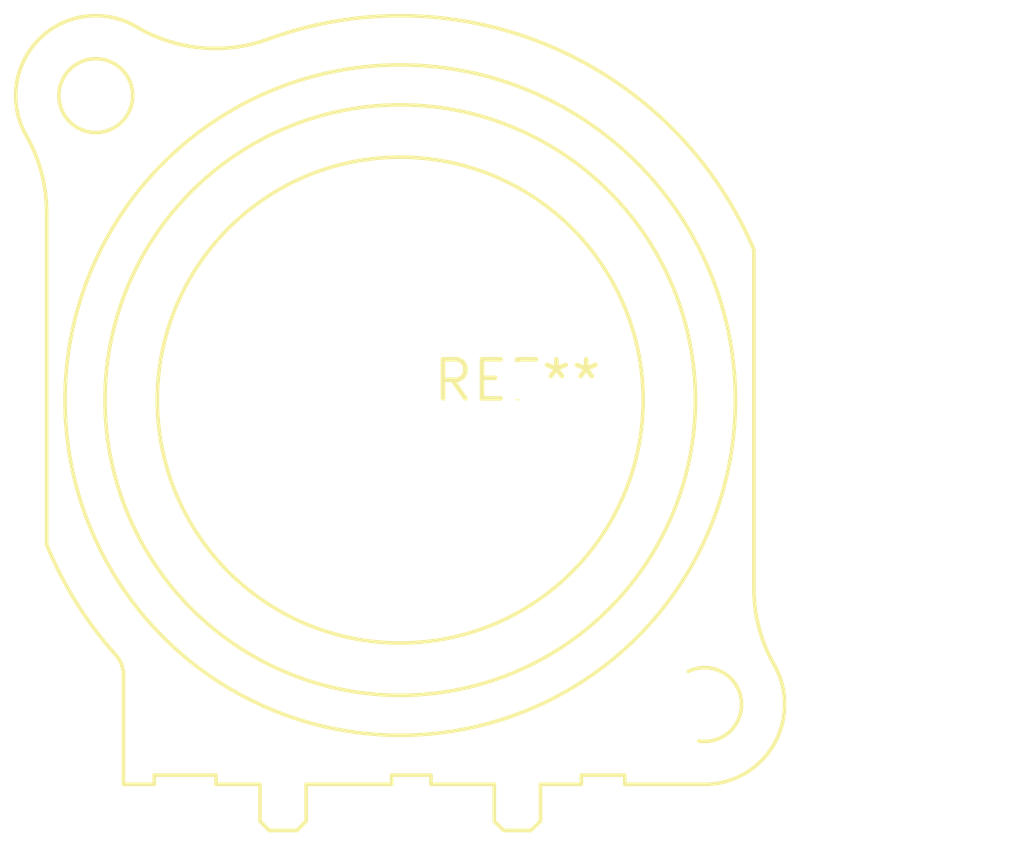
<source format=kicad_pcb>
(kicad_pcb (version 20240108) (generator pcbnew)
  (layers (0 "F.Cu" signal) (31 "B.Cu" signal) (34 "B.Paste" user) (35 "F.Paste" user) (36 "B.SilkS" user "B.Silkscreen") (37 "F.SilkS" user "F.Silkscreen") (38 "B.Mask" user) (39 "F.Mask" user) (44 "Edge.Cuts" user))
  (net 0 "")
  (footprint "Jack_XLR_Neutrik_NC5FBV_Vertical" (layer "F.Cu") (at 0 0)
    (property "Reference" "REF**")
    (property "Value" "Jack_XLR_Neutrik_NC5FBV_Vertical")
    (fp_line (start -15.31 -5.5) (end -15.31 5.33) (layer "F.SilkS") (stroke (width 0.12)))
    (fp_line (start -12.81 9.58) (end -12.81 13.13) (layer "F.SilkS") (stroke (width 0.12)))
    (fp_line (start -11.81 12.83) (end -11.81 13.13) (layer "F.SilkS") (stroke (width 0.12)))
    (fp_line (start -11.81 12.83) (end -9.8 12.83) (layer "F.SilkS") (stroke (width 0.12)))
    (fp_line (start -11.81 13.13) (end -12.81 13.13) (layer "F.SilkS") (stroke (width 0.12)))
    (fp_line (start -9.8 12.83) (end -9.8 13.13) (layer "F.SilkS") (stroke (width 0.12)))
    (fp_line (start -8.37 13.13) (end -9.8 13.13) (layer "F.SilkS") (stroke (width 0.12)))
    (fp_line (start -8.37 13.13) (end -8.37 14.33) (layer "F.SilkS") (stroke (width 0.12)))
    (fp_line (start -8.37 14.33) (end -8.07 14.63) (layer "F.SilkS") (stroke (width 0.12)))
    (fp_line (start -8.07 14.63) (end -7.17 14.63) (layer "F.SilkS") (stroke (width 0.12)))
    (fp_line (start -6.87 13.13) (end -6.87 14.33) (layer "F.SilkS") (stroke (width 0.12)))
    (fp_line (start -6.87 14.33) (end -7.17 14.63) (layer "F.SilkS") (stroke (width 0.12)))
    (fp_line (start -4.09 12.83) (end -4.09 13.13) (layer "F.SilkS") (stroke (width 0.12)))
    (fp_line (start -4.09 12.83) (end -2.81 12.83) (layer "F.SilkS") (stroke (width 0.12)))
    (fp_line (start -4.09 13.13) (end -6.87 13.13) (layer "F.SilkS") (stroke (width 0.12)))
    (fp_line (start -2.81 12.83) (end -2.81 13.13) (layer "F.SilkS") (stroke (width 0.12)))
    (fp_line (start -0.75 13.13) (end -2.81 13.13) (layer "F.SilkS") (stroke (width 0.12)))
    (fp_line (start -0.75 13.13) (end -0.75 14.33) (layer "F.SilkS") (stroke (width 0.12)))
    (fp_line (start -0.75 14.33) (end -0.45 14.63) (layer "F.SilkS") (stroke (width 0.12)))
    (fp_line (start -0.45 14.63) (end 0.44 14.63) (layer "F.SilkS") (stroke (width 0.12)))
    (fp_line (start 0.75 13.13) (end 0.75 14.33) (layer "F.SilkS") (stroke (width 0.12)))
    (fp_line (start 0.75 14.33) (end 0.44 14.63) (layer "F.SilkS") (stroke (width 0.12)))
    (fp_line (start 2.08 12.83) (end 2.08 13.13) (layer "F.SilkS") (stroke (width 0.12)))
    (fp_line (start 2.08 12.83) (end 3.49 12.83) (layer "F.SilkS") (stroke (width 0.12)))
    (fp_line (start 2.08 13.13) (end 0.75 13.13) (layer "F.SilkS") (stroke (width 0.12)))
    (fp_line (start 3.49 12.83) (end 3.49 13.13) (layer "F.SilkS") (stroke (width 0.12)))
    (fp_line (start 6.09 13.13) (end 3.49 13.13) (layer "F.SilkS") (stroke (width 0.12)))
    (fp_line (start 7.69 6.77) (end 7.69 -4.26) (layer "F.SilkS") (stroke (width 0.12)))
    (fp_arc (start -15.978065 -7.979621) (mid -15.482459 -6.783342) (end -15.31 -5.5) (layer "F.SilkS") (stroke (width 0.12)))
    (fp_arc (start -15.970602 -7.965327) (mid -15.537562 -11.11648) (end -12.38 -11.5) (layer "F.SilkS") (stroke (width 0.12)))
    (fp_arc (start -13.064011 8.921714) (mid -12.875705 9.227203) (end -12.81 9.58) (layer "F.SilkS") (stroke (width 0.12)))
    (fp_arc (start -13.054249 8.9318) (mid -14.337308 7.228089) (end -15.31 5.33) (layer "F.SilkS") (stroke (width 0.12)))
    (fp_arc (start -8.116912 -11.097925) (mid 1.152301 -10.83612) (end 7.69 -4.26) (layer "F.SilkS") (stroke (width 0.12)))
    (fp_arc (start -8.098974 -11.103419) (mid -10.283992 -10.821287) (end -12.38 -11.5) (layer "F.SilkS") (stroke (width 0.12)))
    (fp_arc (start 5.554673 9.460872) (mid 7.276356 10.353655) (end 5.9 11.72) (layer "F.SilkS") (stroke (width 0.12)))
    (fp_arc (start 8.348442 9.241807) (mid 8.338255 11.83589) (end 6.09 13.13) (layer "F.SilkS") (stroke (width 0.12)))
    (fp_arc (start 8.351797 9.24598) (mid 7.859562 8.051113) (end 7.69 6.77) (layer "F.SilkS") (stroke (width 0.12)))
    (fp_circle (center -13.71 -9.265) (end -12.51 -9.265) (layer "F.SilkS") (stroke (width 0.12)) (fill none))
    (fp_circle (center -3.81 0.635) (end 4.09 0.635) (layer "F.SilkS") (stroke (width 0.12)) (fill none))
    (fp_circle (center -3.81 0.635) (end 5.79 0.635) (layer "F.SilkS") (stroke (width 0.12)) (fill none))
    (fp_circle (center -3.81 0.635) (end 7.09 0.635) (layer "F.SilkS") (stroke (width 0.12)) (fill none))
    (pad "1" thru_hole circle (at 0 0) (size 2.9 2.9) (drill 1.2) (layers *.Cu *.Mask) (remove_unused_layers))
    (pad "2" thru_hole circle (at -0.635 3.175) (size 2.9 2.9) (drill 1.2) (layers *.Cu *.Mask) (remove_unused_layers))
    (pad "3" thru_hole circle (at -3.81 5.08) (size 2.9 2.9) (drill 1.2) (layers *.Cu *.Mask) (remove_unused_layers))
    (pad "4" thru_hole circle (at -6.985 3.175) (size 2.9 2.9) (drill 1.2) (layers *.Cu *.Mask) (remove_unused_layers))
    (pad "5" thru_hole circle (at -7.62 -0.635) (size 2.9 2.9) (drill 1.2) (layers *.Cu *.Mask) (remove_unused_layers))
    (pad "G" thru_hole circle (at 4.445 10.795) (size 2.9 2.9) (drill 1.2) (layers *.Cu *.Mask) (remove_unused_layers))
  )
)
</source>
